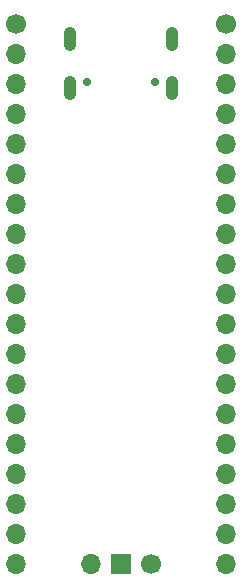
<source format=gbs>
G04 #@! TF.GenerationSoftware,KiCad,Pcbnew,(6.0.4)*
G04 #@! TF.CreationDate,2022-05-17T13:59:17-06:00*
G04 #@! TF.ProjectId,RP2040 Dev Board,52503230-3430-4204-9465-7620426f6172,4*
G04 #@! TF.SameCoordinates,Original*
G04 #@! TF.FileFunction,Soldermask,Bot*
G04 #@! TF.FilePolarity,Negative*
%FSLAX46Y46*%
G04 Gerber Fmt 4.6, Leading zero omitted, Abs format (unit mm)*
G04 Created by KiCad (PCBNEW (6.0.4)) date 2022-05-17 13:59:17*
%MOMM*%
%LPD*%
G01*
G04 APERTURE LIST*
%ADD10C,0.700000*%
%ADD11O,1.050000X2.100000*%
%ADD12C,1.700000*%
%ADD13R,1.700000X1.700000*%
%ADD14O,1.700000X1.700000*%
G04 APERTURE END LIST*
D10*
X149800000Y-32950000D03*
X144020000Y-32950000D03*
D11*
X151230000Y-33480000D03*
X142590000Y-33480000D03*
X151230000Y-29300000D03*
X142590000Y-29300000D03*
D12*
X149450000Y-73750000D03*
D13*
X146910000Y-73750000D03*
D14*
X144370000Y-73750000D03*
D12*
X155800000Y-28030000D03*
D14*
X155800000Y-30570000D03*
X155800000Y-33110000D03*
X155800000Y-35650000D03*
X155800000Y-38190000D03*
X155800000Y-40730000D03*
X155800000Y-43270000D03*
X155800000Y-45810000D03*
X155800000Y-48350000D03*
X155800000Y-50890000D03*
X155800000Y-53430000D03*
X155800000Y-55970000D03*
X155800000Y-58510000D03*
X155800000Y-61050000D03*
X155800000Y-63590000D03*
X155800000Y-66130000D03*
X155800000Y-68670000D03*
X155800000Y-71210000D03*
X155800000Y-73750000D03*
D12*
X138020000Y-28030000D03*
D14*
X138020000Y-30570000D03*
X138020000Y-33110000D03*
X138020000Y-35650000D03*
X138020000Y-38190000D03*
X138020000Y-40730000D03*
X138020000Y-43270000D03*
X138020000Y-45810000D03*
X138020000Y-48350000D03*
X138020000Y-50890000D03*
X138020000Y-53430000D03*
X138020000Y-55970000D03*
X138020000Y-58510000D03*
X138020000Y-61050000D03*
X138020000Y-63590000D03*
X138020000Y-66130000D03*
X138020000Y-68670000D03*
X138020000Y-71210000D03*
X138020000Y-73750000D03*
M02*

</source>
